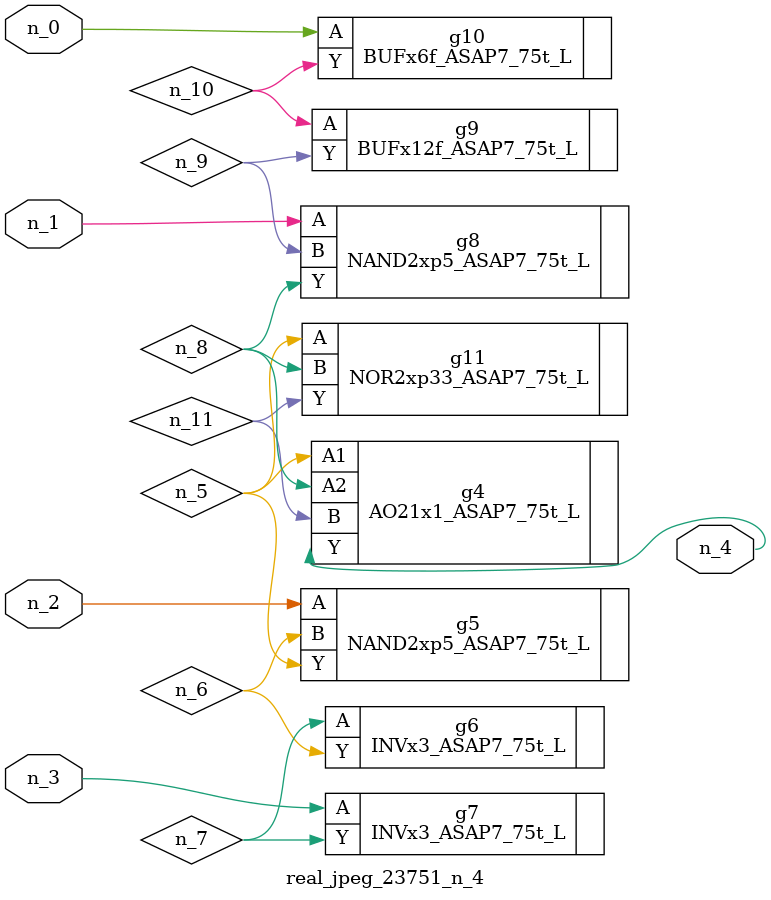
<source format=v>
module real_jpeg_23751_n_4 (n_3, n_1, n_0, n_2, n_4);

input n_3;
input n_1;
input n_0;
input n_2;

output n_4;

wire n_5;
wire n_8;
wire n_11;
wire n_6;
wire n_7;
wire n_10;
wire n_9;

BUFx6f_ASAP7_75t_L g10 ( 
.A(n_0),
.Y(n_10)
);

NAND2xp5_ASAP7_75t_L g8 ( 
.A(n_1),
.B(n_9),
.Y(n_8)
);

NAND2xp5_ASAP7_75t_L g5 ( 
.A(n_2),
.B(n_6),
.Y(n_5)
);

INVx3_ASAP7_75t_L g7 ( 
.A(n_3),
.Y(n_7)
);

AO21x1_ASAP7_75t_L g4 ( 
.A1(n_5),
.A2(n_8),
.B(n_11),
.Y(n_4)
);

NOR2xp33_ASAP7_75t_L g11 ( 
.A(n_5),
.B(n_8),
.Y(n_11)
);

INVx3_ASAP7_75t_L g6 ( 
.A(n_7),
.Y(n_6)
);

BUFx12f_ASAP7_75t_L g9 ( 
.A(n_10),
.Y(n_9)
);


endmodule
</source>
